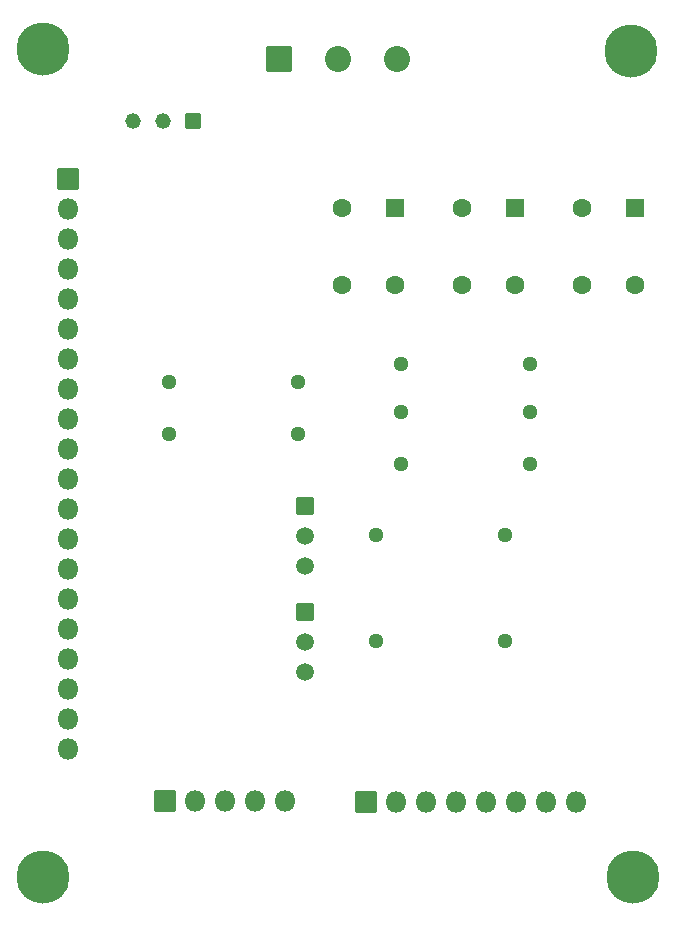
<source format=gbs>
%TF.GenerationSoftware,KiCad,Pcbnew,(6.0.0)*%
%TF.CreationDate,2022-02-28T16:43:31-03:00*%
%TF.ProjectId,Placa Digital,506c6163-6120-4446-9967-6974616c2e6b,V01*%
%TF.SameCoordinates,Original*%
%TF.FileFunction,Soldermask,Bot*%
%TF.FilePolarity,Negative*%
%FSLAX46Y46*%
G04 Gerber Fmt 4.6, Leading zero omitted, Abs format (unit mm)*
G04 Created by KiCad (PCBNEW (6.0.0)) date 2022-02-28 16:43:31*
%MOMM*%
%LPD*%
G01*
G04 APERTURE LIST*
G04 Aperture macros list*
%AMRoundRect*
0 Rectangle with rounded corners*
0 $1 Rounding radius*
0 $2 $3 $4 $5 $6 $7 $8 $9 X,Y pos of 4 corners*
0 Add a 4 corners polygon primitive as box body*
4,1,4,$2,$3,$4,$5,$6,$7,$8,$9,$2,$3,0*
0 Add four circle primitives for the rounded corners*
1,1,$1+$1,$2,$3*
1,1,$1+$1,$4,$5*
1,1,$1+$1,$6,$7*
1,1,$1+$1,$8,$9*
0 Add four rect primitives between the rounded corners*
20,1,$1+$1,$2,$3,$4,$5,0*
20,1,$1+$1,$4,$5,$6,$7,0*
20,1,$1+$1,$6,$7,$8,$9,0*
20,1,$1+$1,$8,$9,$2,$3,0*%
G04 Aperture macros list end*
%ADD10C,1.291600*%
%ADD11RoundRect,0.050800X-0.749000X0.749000X-0.749000X-0.749000X0.749000X-0.749000X0.749000X0.749000X0*%
%ADD12C,1.599600*%
%ADD13C,0.801600*%
%ADD14C,4.501600*%
%ADD15RoundRect,0.050800X-0.705000X0.705000X-0.705000X-0.705000X0.705000X-0.705000X0.705000X0.705000X0*%
%ADD16C,1.511600*%
%ADD17RoundRect,0.050800X0.609000X0.609000X-0.609000X0.609000X-0.609000X-0.609000X0.609000X-0.609000X0*%
%ADD18C,1.319600*%
%ADD19RoundRect,0.050800X-0.850000X-0.850000X0.850000X-0.850000X0.850000X0.850000X-0.850000X0.850000X0*%
%ADD20O,1.801600X1.801600*%
%ADD21C,2.201600*%
%ADD22RoundRect,0.050800X-1.050000X-1.050000X1.050000X-1.050000X1.050000X1.050000X-1.050000X1.050000X0*%
%ADD23RoundRect,0.050800X0.850000X-0.850000X0.850000X0.850000X-0.850000X0.850000X-0.850000X-0.850000X0*%
G04 APERTURE END LIST*
D10*
%TO.C,R6*%
X154582000Y-105319000D03*
X143652000Y-105319000D03*
%TD*%
D11*
%TO.C,Buttom_2*%
X155412000Y-77649000D03*
D12*
X150912000Y-77649000D03*
X155412000Y-84149000D03*
X150912000Y-84149000D03*
%TD*%
D13*
%TO.C,H3*%
X166613726Y-133122274D03*
X165447000Y-135939000D03*
X166613726Y-135455726D03*
X167097000Y-134289000D03*
X163797000Y-134289000D03*
X164280274Y-133122274D03*
D14*
X165447000Y-134289000D03*
D13*
X164280274Y-135455726D03*
X165447000Y-132639000D03*
%TD*%
D11*
%TO.C,Buttom_1*%
X165572000Y-77649000D03*
D12*
X161072000Y-77649000D03*
X165572000Y-84149000D03*
X161072000Y-84149000D03*
%TD*%
D15*
%TO.C,Q2*%
X137664500Y-102812210D03*
D16*
X137664500Y-105352210D03*
X137664500Y-107892210D03*
%TD*%
D10*
%TO.C,R1*%
X156722000Y-90864000D03*
X145792000Y-90864000D03*
%TD*%
D13*
%TO.C,H4*%
X115447000Y-132639000D03*
X115447000Y-135939000D03*
X113797000Y-134289000D03*
X114280274Y-135455726D03*
X116613726Y-133122274D03*
X117097000Y-134289000D03*
D14*
X115447000Y-134289000D03*
D13*
X114280274Y-133122274D03*
X116613726Y-135455726D03*
%TD*%
D17*
%TO.C,U4*%
X128152000Y-70269000D03*
D18*
X125612000Y-70269000D03*
X123072000Y-70269000D03*
%TD*%
D10*
%TO.C,R3*%
X156722000Y-99319000D03*
X145792000Y-99319000D03*
%TD*%
D11*
%TO.C,Buttom_3*%
X145252000Y-77649000D03*
D12*
X140752000Y-77649000D03*
X145252000Y-84149000D03*
X140752000Y-84149000D03*
%TD*%
D10*
%TO.C,R5*%
X137037000Y-96774000D03*
X126107000Y-96774000D03*
%TD*%
D13*
%TO.C,H1*%
X116613726Y-65289000D03*
X117097000Y-64122274D03*
X114280274Y-62955548D03*
X116613726Y-62955548D03*
X114280274Y-65289000D03*
X115447000Y-65772274D03*
D14*
X115447000Y-64122274D03*
D13*
X115447000Y-62472274D03*
X113797000Y-64122274D03*
%TD*%
D10*
%TO.C,R2*%
X156722000Y-94874000D03*
X145792000Y-94874000D03*
%TD*%
%TO.C,R7*%
X137037000Y-92329000D03*
X126107000Y-92329000D03*
%TD*%
%TO.C,R4*%
X154582000Y-114319000D03*
X143652000Y-114319000D03*
%TD*%
D19*
%TO.C,U3*%
X117617000Y-75164000D03*
D20*
X117617000Y-77704000D03*
X117617000Y-80244000D03*
X117617000Y-82784000D03*
X117617000Y-85324000D03*
X117617000Y-87864000D03*
X117617000Y-90404000D03*
X117617000Y-92944000D03*
X117617000Y-95484000D03*
X117617000Y-98024000D03*
X117617000Y-100564000D03*
X117617000Y-103104000D03*
X117617000Y-105644000D03*
X117617000Y-108184000D03*
X117617000Y-110724000D03*
X117617000Y-113264000D03*
X117617000Y-115804000D03*
X117617000Y-118344000D03*
X117617000Y-120884000D03*
X117617000Y-123424000D03*
%TD*%
D15*
%TO.C,Q1*%
X137664500Y-111812210D03*
D16*
X137664500Y-114352210D03*
X137664500Y-116892210D03*
%TD*%
D21*
%TO.C,U2*%
X140462000Y-65024000D03*
D22*
X135462000Y-65024000D03*
D21*
X145462000Y-65024000D03*
%TD*%
D23*
%TO.C,U1*%
X125837000Y-127819000D03*
D20*
X128377000Y-127819000D03*
X130917000Y-127819000D03*
X133457000Y-127819000D03*
X135997000Y-127819000D03*
%TD*%
D13*
%TO.C,H2*%
X166930274Y-64289000D03*
X164113548Y-65455726D03*
X164113548Y-63122274D03*
X163630274Y-64289000D03*
X166447000Y-65455726D03*
D14*
X165280274Y-64289000D03*
D13*
X166447000Y-63122274D03*
X165280274Y-65939000D03*
X165280274Y-62639000D03*
%TD*%
D23*
%TO.C,J1*%
X142842000Y-127919000D03*
D20*
X145382000Y-127919000D03*
X147922000Y-127919000D03*
X150462000Y-127919000D03*
X153002000Y-127919000D03*
X155542000Y-127919000D03*
X158082000Y-127919000D03*
X160622000Y-127919000D03*
%TD*%
M02*

</source>
